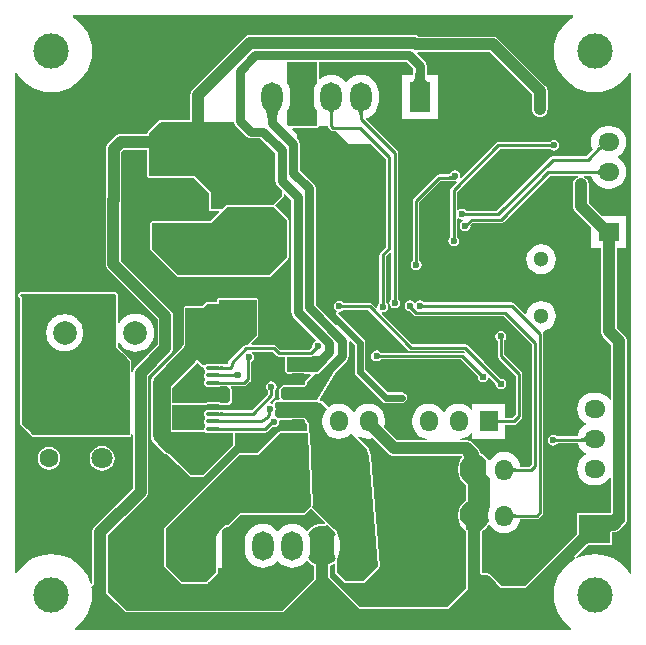
<source format=gbl>
G04*
G04 #@! TF.GenerationSoftware,Altium Limited,Altium Designer,19.1.8 (144)*
G04*
G04 Layer_Physical_Order=2*
G04 Layer_Color=16711680*
%FSLAX44Y44*%
%MOMM*%
G71*
G01*
G75*
%ADD12C,0.2540*%
%ADD19R,0.7620X0.7620*%
%ADD67C,0.1270*%
%ADD69C,1.0000*%
%ADD70C,0.8000*%
%ADD71R,1.5240X1.7780*%
%ADD72O,1.5240X1.7780*%
%ADD73C,3.0000*%
%ADD74O,1.8000X2.5000*%
%ADD75R,1.8000X2.5000*%
%ADD76C,2.0000*%
%ADD77O,1.7780X1.5240*%
%ADD78R,1.7780X1.5240*%
%ADD79C,1.3000*%
%ADD80C,0.6000*%
%ADD81C,0.6096*%
%ADD82C,1.8000*%
%ADD83C,1.6000*%
%ADD84R,2.0000X2.5400*%
%ADD85O,1.3240X0.3080*%
%ADD86R,3.5000X3.0000*%
%ADD87R,1.0000X0.8000*%
%ADD88R,1.0000X0.8000*%
%ADD89C,1.5000*%
%ADD90C,0.6000*%
G36*
X826040Y890444D02*
X826160Y889079D01*
X826360Y887874D01*
X826640Y886830D01*
X827000Y885947D01*
X827440Y885224D01*
X827960Y884662D01*
X828560Y884260D01*
X829240Y884019D01*
X830000Y883939D01*
X814000D01*
X814760Y884019D01*
X815440Y884260D01*
X816040Y884662D01*
X816560Y885224D01*
X817000Y885947D01*
X817360Y886830D01*
X817640Y887874D01*
X817840Y889079D01*
X817960Y890444D01*
X818000Y891970D01*
X826000D01*
X826040Y890444D01*
D02*
G37*
G36*
X774292Y859398D02*
X774077Y859312D01*
X773888Y859170D01*
X773724Y858970D01*
X773585Y858713D01*
X773472Y858399D01*
X773383Y858028D01*
X773320Y857600D01*
X773283Y857114D01*
X773270Y856572D01*
X770730D01*
X770717Y857114D01*
X770680Y857600D01*
X770617Y858028D01*
X770528Y858399D01*
X770415Y858713D01*
X770276Y858970D01*
X770112Y859170D01*
X769923Y859312D01*
X769708Y859398D01*
X769469Y859427D01*
X774531D01*
X774292Y859398D01*
D02*
G37*
G36*
X749292D02*
X749077Y859312D01*
X748888Y859170D01*
X748724Y858970D01*
X748585Y858713D01*
X748472Y858399D01*
X748383Y858028D01*
X748320Y857600D01*
X748283Y857114D01*
X748270Y856572D01*
X745730D01*
X745717Y857114D01*
X745680Y857600D01*
X745617Y858028D01*
X745528Y858399D01*
X745415Y858713D01*
X745276Y858970D01*
X745112Y859170D01*
X744923Y859312D01*
X744708Y859398D01*
X744469Y859427D01*
X749531D01*
X749292Y859398D01*
D02*
G37*
G36*
X951915Y939278D02*
X949710Y937927D01*
X945591Y934409D01*
X942073Y930290D01*
X939243Y925671D01*
X937170Y920667D01*
X935906Y915400D01*
X935481Y910000D01*
X935906Y904600D01*
X937170Y899333D01*
X939243Y894329D01*
X942073Y889710D01*
X945591Y885591D01*
X949710Y882073D01*
X954329Y879243D01*
X959333Y877170D01*
X964600Y875906D01*
X970000Y875481D01*
X975400Y875906D01*
X980667Y877170D01*
X985671Y879243D01*
X990290Y882073D01*
X994409Y885591D01*
X997927Y889710D01*
X999528Y892323D01*
X1000750Y891978D01*
Y468022D01*
X999528Y467677D01*
X997927Y470290D01*
X994409Y474409D01*
X990290Y477927D01*
X985671Y480757D01*
X980667Y482830D01*
X975400Y484094D01*
X970000Y484519D01*
X964600Y484094D01*
X959333Y482830D01*
X955105Y481078D01*
X954385Y482155D01*
X964410Y492180D01*
X984890D01*
Y502756D01*
X986057Y502775D01*
X986296Y502879D01*
X987733Y503068D01*
X989319Y503725D01*
X990681Y504770D01*
X995367Y509456D01*
X995367Y509456D01*
X996412Y510818D01*
X997069Y512404D01*
X997293Y514106D01*
Y664533D01*
X997069Y666235D01*
X996412Y667821D01*
X995367Y669183D01*
X995367Y669183D01*
X988576Y675974D01*
Y743300D01*
X996600D01*
Y770540D01*
X976120D01*
X964826Y781834D01*
Y797500D01*
X964602Y799202D01*
X963945Y800788D01*
X962900Y802150D01*
X961538Y803195D01*
X960548Y803605D01*
X960801Y804875D01*
X967077D01*
X967171Y804165D01*
X968543Y800851D01*
X970726Y798006D01*
X973571Y795823D01*
X976885Y794451D01*
X980440Y793982D01*
X982980D01*
X986535Y794451D01*
X989849Y795823D01*
X992694Y798006D01*
X994877Y800851D01*
X996249Y804165D01*
X996718Y807720D01*
X996249Y811275D01*
X994877Y814589D01*
X992694Y817434D01*
X989849Y819617D01*
X989443Y819785D01*
Y821055D01*
X989849Y821223D01*
X992694Y823406D01*
X994877Y826251D01*
X996249Y829565D01*
X996718Y833120D01*
X996249Y836675D01*
X994877Y839989D01*
X992694Y842834D01*
X989849Y845017D01*
X986535Y846389D01*
X982980Y846858D01*
X980440D01*
X976885Y846389D01*
X973571Y845017D01*
X970726Y842834D01*
X968543Y839989D01*
X967171Y836675D01*
X966702Y833120D01*
X967171Y829565D01*
X968378Y826650D01*
X962822Y821095D01*
X934343D01*
X933254Y820878D01*
X932332Y820262D01*
X887165Y775095D01*
X861285D01*
X861009Y775509D01*
X859514Y776508D01*
X857750Y776859D01*
X855986Y776508D01*
X854615Y775591D01*
X854040Y775733D01*
X853345Y776079D01*
Y791322D01*
X889678Y827655D01*
X931965D01*
X932241Y827241D01*
X933736Y826242D01*
X935500Y825891D01*
X937264Y826242D01*
X938759Y827241D01*
X939758Y828736D01*
X940109Y830500D01*
X939758Y832264D01*
X938759Y833759D01*
X937264Y834758D01*
X935500Y835108D01*
X933736Y834758D01*
X932241Y833759D01*
X931965Y833345D01*
X888500D01*
X887411Y833128D01*
X886488Y832512D01*
X857075Y803098D01*
X855904Y803723D01*
X856108Y804750D01*
X855758Y806514D01*
X854759Y808009D01*
X853264Y809008D01*
X851500Y809359D01*
X849736Y809008D01*
X848241Y808009D01*
X847242Y806514D01*
X846417Y805949D01*
X846356Y805908D01*
X838064D01*
X836975Y805692D01*
X836052Y805075D01*
X816739Y785761D01*
X816122Y784839D01*
X815905Y783750D01*
Y732785D01*
X815491Y732509D01*
X814492Y731014D01*
X814141Y729250D01*
X814492Y727486D01*
X815491Y725991D01*
X816986Y724992D01*
X818750Y724641D01*
X820514Y724992D01*
X822009Y725991D01*
X823008Y727486D01*
X823359Y729250D01*
X823008Y731014D01*
X822009Y732509D01*
X821595Y732785D01*
Y782572D01*
X839242Y800219D01*
X847071D01*
X847250Y800149D01*
X850728Y800214D01*
X850739Y800219D01*
X850750D01*
X850930Y800255D01*
X851500Y800142D01*
X852527Y800346D01*
X853152Y799175D01*
X848488Y794511D01*
X847872Y793589D01*
X847655Y792500D01*
Y753285D01*
X847241Y753009D01*
X846242Y751514D01*
X845891Y749750D01*
X846242Y747986D01*
X847241Y746491D01*
X848736Y745492D01*
X850500Y745142D01*
X852264Y745492D01*
X853759Y746491D01*
X854758Y747986D01*
X855109Y749750D01*
X854758Y751514D01*
X853759Y753009D01*
X853345Y753285D01*
Y768421D01*
X854040Y768767D01*
X854615Y768909D01*
X855986Y767992D01*
X857750Y767641D01*
X858207Y767732D01*
X858486Y766508D01*
X856991Y765509D01*
X855992Y764014D01*
X855641Y762250D01*
X855992Y760486D01*
X856991Y758991D01*
X858486Y757992D01*
X860250Y757642D01*
X862014Y757992D01*
X863509Y758991D01*
X864508Y760486D01*
X864858Y762250D01*
X864761Y762738D01*
X866928Y764905D01*
X890750D01*
X891839Y765122D01*
X892762Y765739D01*
X931898Y804875D01*
X955699D01*
X955952Y803605D01*
X954962Y803195D01*
X953600Y802150D01*
X952555Y800788D01*
X951898Y799202D01*
X951674Y797500D01*
Y779110D01*
X951674Y779110D01*
X951898Y777408D01*
X952555Y775822D01*
X953600Y774460D01*
X966820Y761240D01*
Y743300D01*
X975424D01*
Y673250D01*
X975424Y673250D01*
X975648Y671548D01*
X976305Y669962D01*
X977350Y668600D01*
X984141Y661809D01*
Y615086D01*
X982871Y614655D01*
X980984Y617114D01*
X978139Y619297D01*
X974826Y620669D01*
X971270Y621138D01*
X968730D01*
X965174Y620669D01*
X961861Y619297D01*
X959016Y617114D01*
X956833Y614269D01*
X955461Y610956D01*
X954993Y607400D01*
X955461Y603844D01*
X956833Y600531D01*
X959016Y597686D01*
X961861Y595503D01*
X962267Y595335D01*
Y594065D01*
X961861Y593897D01*
X959016Y591714D01*
X956833Y588869D01*
X955461Y585555D01*
X955285Y584220D01*
X937693D01*
X936514Y585008D01*
X934750Y585359D01*
X932986Y585008D01*
X931491Y584009D01*
X930492Y582514D01*
X930141Y580750D01*
X930492Y578986D01*
X931491Y577491D01*
X932986Y576492D01*
X934750Y576141D01*
X936514Y576492D01*
X938009Y577491D01*
X938703Y578530D01*
X955449D01*
X955461Y578445D01*
X956833Y575131D01*
X959016Y572286D01*
X961861Y570103D01*
X962267Y569935D01*
Y568665D01*
X961861Y568497D01*
X959016Y566314D01*
X956833Y563469D01*
X955461Y560155D01*
X954993Y556600D01*
X955461Y553045D01*
X956833Y549731D01*
X959016Y546886D01*
X961861Y544703D01*
X965174Y543331D01*
X968730Y542863D01*
X971270D01*
X974826Y543331D01*
X978139Y544703D01*
X980984Y546886D01*
X982871Y549345D01*
X984141Y548914D01*
Y519420D01*
X955110D01*
Y501480D01*
X910956Y457326D01*
X891224D01*
X882198Y466352D01*
X880836Y467397D01*
X879250Y468054D01*
X877548Y468278D01*
X877548Y468278D01*
X874576D01*
Y503712D01*
X874869Y503833D01*
X877714Y506016D01*
X879897Y508861D01*
X880065Y509267D01*
X881335D01*
X881503Y508861D01*
X883686Y506016D01*
X886531Y503833D01*
X889844Y502461D01*
X893400Y501992D01*
X896955Y502461D01*
X900269Y503833D01*
X903114Y506016D01*
X905297Y508861D01*
X906669Y512174D01*
X906930Y514155D01*
X921000D01*
X922089Y514372D01*
X923011Y514989D01*
X925761Y517738D01*
X926378Y518661D01*
X926595Y519750D01*
Y671000D01*
X926378Y672089D01*
X926180Y672384D01*
X926222Y672639D01*
X926777Y673744D01*
X927823Y673882D01*
X930864Y675141D01*
X933475Y677145D01*
X935479Y679756D01*
X936738Y682797D01*
X937168Y686060D01*
X936738Y689323D01*
X935479Y692364D01*
X933475Y694975D01*
X930864Y696979D01*
X927823Y698238D01*
X924560Y698668D01*
X921297Y698238D01*
X918256Y696979D01*
X915645Y694975D01*
X913641Y692364D01*
X912382Y689323D01*
X912228Y688156D01*
X911025Y687747D01*
X902011Y696761D01*
X901089Y697378D01*
X900000Y697595D01*
X825785D01*
X825509Y698009D01*
X824014Y699008D01*
X822250Y699359D01*
X820486Y699008D01*
X818991Y698009D01*
X818635Y697476D01*
X817365D01*
X817009Y698009D01*
X815514Y699008D01*
X813750Y699359D01*
X811986Y699008D01*
X810491Y698009D01*
X809492Y696514D01*
X809141Y694750D01*
X809492Y692986D01*
X810491Y691491D01*
X811986Y690492D01*
X813544Y690182D01*
X816778Y686948D01*
X817701Y686332D01*
X818789Y686115D01*
X893112D01*
X916845Y662382D01*
Y560618D01*
X914822Y558595D01*
X906963D01*
X906669Y560826D01*
X905297Y564139D01*
X903114Y566984D01*
X900269Y569167D01*
X896955Y570539D01*
X893400Y571007D01*
X889844Y570539D01*
X886531Y569167D01*
X883686Y566984D01*
X881503Y564139D01*
X881335Y563733D01*
X880065D01*
X879897Y564139D01*
X877714Y566984D01*
X874869Y569167D01*
X873149Y569879D01*
X872967Y571266D01*
X872310Y572852D01*
X871265Y574214D01*
X871265Y574214D01*
X866579Y578900D01*
X865217Y579945D01*
X863631Y580602D01*
X861928Y580826D01*
X861928Y580826D01*
X856341D01*
X856258Y582096D01*
X858266Y582361D01*
X861579Y583733D01*
X864424Y585916D01*
X865287Y587041D01*
X866490Y586633D01*
Y582010D01*
X893730D01*
Y593905D01*
X901500D01*
X902589Y594122D01*
X903512Y594739D01*
X908011Y599239D01*
X908628Y600161D01*
X908845Y601250D01*
Y636750D01*
X908628Y637839D01*
X908011Y638761D01*
X893595Y653178D01*
Y665382D01*
X893759Y665491D01*
X894758Y666986D01*
X895108Y668750D01*
X894758Y670514D01*
X893759Y672009D01*
X892264Y673008D01*
X890500Y673359D01*
X888736Y673008D01*
X887241Y672009D01*
X886242Y670514D01*
X885891Y668750D01*
X886242Y666986D01*
X887241Y665491D01*
X887905Y665048D01*
Y652000D01*
X888122Y650911D01*
X888738Y649988D01*
X903155Y635572D01*
Y602428D01*
X900322Y599595D01*
X893730D01*
Y611790D01*
X866490D01*
Y607167D01*
X865287Y606759D01*
X864424Y607884D01*
X861579Y610067D01*
X858266Y611439D01*
X854710Y611908D01*
X851154Y611439D01*
X847841Y610067D01*
X844996Y607884D01*
X842813Y605039D01*
X842645Y604633D01*
X841375D01*
X841207Y605039D01*
X839024Y607884D01*
X836179Y610067D01*
X832866Y611439D01*
X829310Y611908D01*
X825754Y611439D01*
X822441Y610067D01*
X819596Y607884D01*
X817413Y605039D01*
X816041Y601726D01*
X815573Y598170D01*
Y595630D01*
X816041Y592075D01*
X817413Y588761D01*
X819596Y585916D01*
X822441Y583733D01*
X825754Y582361D01*
X827762Y582096D01*
X827679Y580826D01*
X802614D01*
X791658Y591782D01*
X791779Y592075D01*
X792247Y595630D01*
Y598170D01*
X791779Y601726D01*
X790407Y605039D01*
X788224Y607884D01*
X785379Y610067D01*
X782066Y611439D01*
X778510Y611908D01*
X774955Y611439D01*
X771641Y610067D01*
X768796Y607884D01*
X766613Y605039D01*
X766445Y604633D01*
X765175D01*
X765007Y605039D01*
X762824Y607884D01*
X759979Y610067D01*
X756665Y611439D01*
X753110Y611908D01*
X749555Y611439D01*
X746241Y610067D01*
X744636Y608836D01*
X744438Y608889D01*
X739663Y613663D01*
X739229Y613843D01*
X738840Y614110D01*
X737829Y614324D01*
X737622Y614666D01*
X737349Y615723D01*
X750860Y638716D01*
X760230Y648086D01*
X761450Y649912D01*
X761878Y652066D01*
Y664308D01*
X763148Y664834D01*
X766641Y661341D01*
Y647750D01*
Y638750D01*
X766992Y636986D01*
X767991Y635491D01*
X789741Y613741D01*
X791236Y612742D01*
X793000Y612391D01*
X793000Y612392D01*
X806500D01*
X808264Y612742D01*
X809759Y613741D01*
X810758Y615236D01*
X811109Y617000D01*
X810758Y618764D01*
X809759Y620259D01*
X808264Y621258D01*
X806500Y621609D01*
X794909D01*
X775859Y640659D01*
Y647750D01*
Y663250D01*
X775859Y663250D01*
X775508Y665014D01*
X774509Y666509D01*
X752504Y688514D01*
X753130Y689684D01*
X753851Y689541D01*
X755614Y689891D01*
X757110Y690890D01*
X757386Y691304D01*
X778173D01*
X812238Y657238D01*
X813161Y656622D01*
X814250Y656405D01*
X859367D01*
X860350Y655396D01*
X859533Y654414D01*
X858839Y654878D01*
X857750Y655095D01*
X788785D01*
X788509Y655509D01*
X787014Y656508D01*
X785250Y656859D01*
X783486Y656508D01*
X781991Y655509D01*
X780992Y654014D01*
X780641Y652250D01*
X780992Y650486D01*
X781991Y648991D01*
X783486Y647992D01*
X785250Y647642D01*
X787014Y647992D01*
X788509Y648991D01*
X788785Y649405D01*
X856572D01*
X870991Y634986D01*
X870885Y634457D01*
X871240Y632675D01*
X872250Y631164D01*
X873761Y630154D01*
X875543Y629800D01*
X877325Y630154D01*
X878836Y631164D01*
X879846Y632675D01*
X879990Y633398D01*
X881366Y633806D01*
X885959Y629086D01*
X885843Y628500D01*
X886197Y626718D01*
X887207Y625207D01*
X888718Y624197D01*
X890500Y623843D01*
X892282Y624197D01*
X893793Y625207D01*
X894803Y626718D01*
X895157Y628500D01*
X894803Y630282D01*
X893793Y631793D01*
X892282Y632803D01*
X890500Y633158D01*
X890028Y633064D01*
X862606Y661234D01*
X862590Y661245D01*
X862579Y661262D01*
X862134Y661559D01*
X861692Y661863D01*
X861673Y661867D01*
X861656Y661878D01*
X861130Y661983D01*
X860606Y662094D01*
X860587Y662091D01*
X860568Y662095D01*
X815428D01*
X789472Y688051D01*
X790098Y689221D01*
X790500Y689141D01*
X792264Y689492D01*
X793759Y690491D01*
X794758Y691986D01*
X795108Y693750D01*
X794758Y695514D01*
X793759Y697009D01*
X793345Y697285D01*
Y736572D01*
X796482Y739709D01*
X797655Y739223D01*
Y700785D01*
X797241Y700509D01*
X796242Y699014D01*
X795891Y697250D01*
X796242Y695486D01*
X797241Y693991D01*
X798736Y692992D01*
X800500Y692641D01*
X802264Y692992D01*
X803759Y693991D01*
X804758Y695486D01*
X805108Y697250D01*
X804758Y699014D01*
X803759Y700509D01*
X803345Y700785D01*
Y824427D01*
X803128Y825516D01*
X802512Y826439D01*
X776422Y852528D01*
X776731Y853760D01*
X777768Y854075D01*
X780374Y855468D01*
X782658Y857342D01*
X784532Y859626D01*
X785925Y862232D01*
X786783Y865060D01*
X787073Y868000D01*
Y875000D01*
X786783Y877941D01*
X785925Y880768D01*
X784532Y883374D01*
X782658Y885658D01*
X780374Y887532D01*
X777768Y888925D01*
X774940Y889783D01*
X772000Y890072D01*
X769060Y889783D01*
X766232Y888925D01*
X763626Y887532D01*
X761342Y885658D01*
X760135Y884187D01*
X758865D01*
X757658Y885658D01*
X755374Y887532D01*
X752768Y888925D01*
X749940Y889783D01*
X747000Y890072D01*
X744060Y889783D01*
X741232Y888925D01*
X738626Y887532D01*
X737668Y886746D01*
X736520Y887289D01*
Y901122D01*
X810669D01*
X816372Y895419D01*
Y892050D01*
X816355Y892013D01*
X816317Y890537D01*
X816269Y890000D01*
X807000D01*
Y853000D01*
X837000D01*
Y890000D01*
X827731D01*
X827683Y890537D01*
X827645Y892013D01*
X827628Y892050D01*
Y897750D01*
X827200Y899904D01*
X825980Y901730D01*
X819556Y908154D01*
X820082Y909424D01*
X881026D01*
X916924Y873526D01*
Y861250D01*
X917148Y859548D01*
X917805Y857962D01*
X918850Y856600D01*
X920212Y855555D01*
X921798Y854898D01*
X923500Y854674D01*
X925202Y854898D01*
X926788Y855555D01*
X928150Y856600D01*
X929195Y857962D01*
X929852Y859548D01*
X930076Y861250D01*
Y876250D01*
X930076Y876250D01*
X929852Y877952D01*
X929195Y879538D01*
X928150Y880900D01*
X888400Y920650D01*
X887038Y921695D01*
X885452Y922352D01*
X883750Y922576D01*
X883750Y922576D01*
X821153D01*
X820646Y922965D01*
X819060Y923622D01*
X817357Y923846D01*
X817357Y923846D01*
X678393D01*
X678392Y923846D01*
X676690Y923622D01*
X675104Y922965D01*
X673742Y921920D01*
X673742Y921920D01*
X629600Y877778D01*
X628555Y876416D01*
X627898Y874830D01*
X627674Y873128D01*
X627674Y873127D01*
Y852954D01*
X626774Y852057D01*
X603774Y852142D01*
X603774Y852141D01*
X603773Y852142D01*
X602505Y852145D01*
X602502Y852144D01*
X602500Y852145D01*
X602019Y851946D01*
X601515Y851818D01*
X600525Y851078D01*
X600461Y850971D01*
X600347Y850923D01*
X591587Y842163D01*
X591105Y841000D01*
Y840076D01*
X568608D01*
X568608Y840076D01*
X566906Y839852D01*
X565320Y839195D01*
X563958Y838150D01*
X558100Y832292D01*
X557055Y830930D01*
X556398Y829344D01*
X556174Y827642D01*
X556174Y827642D01*
Y785765D01*
X556148Y785702D01*
X555924Y784000D01*
X555924Y784000D01*
Y730000D01*
X555924Y730000D01*
X556148Y728298D01*
X556805Y726712D01*
X557850Y725350D01*
X599924Y683276D01*
Y661724D01*
X580850Y642650D01*
X579805Y641288D01*
X579148Y639702D01*
X578967Y638330D01*
X577697Y638413D01*
Y647500D01*
X577530Y648341D01*
X577054Y649054D01*
X573554Y652554D01*
X573554Y652554D01*
X566197Y659910D01*
Y663225D01*
X567467Y663543D01*
X567812Y662898D01*
X569812Y660462D01*
X572248Y658462D01*
X575027Y656976D01*
X578043Y656061D01*
X581180Y655753D01*
X584316Y656061D01*
X587333Y656976D01*
X590112Y658462D01*
X592548Y660462D01*
X594548Y662898D01*
X596034Y665677D01*
X596949Y668693D01*
X597257Y671830D01*
X596949Y674967D01*
X596034Y677983D01*
X594548Y680762D01*
X592548Y683198D01*
X590112Y685198D01*
X587333Y686684D01*
X584316Y687598D01*
X581180Y687907D01*
X578043Y687598D01*
X575027Y686684D01*
X572248Y685198D01*
X569812Y683198D01*
X567812Y680762D01*
X567467Y680117D01*
X566197Y680435D01*
Y704000D01*
X566030Y704841D01*
X565554Y705554D01*
X564841Y706030D01*
X564000Y706197D01*
X484000D01*
X483159Y706030D01*
X482446Y705554D01*
X481970Y704841D01*
X481803Y704000D01*
X481970Y703159D01*
X482446Y702446D01*
X483803Y701090D01*
Y595000D01*
X483970Y594159D01*
X484446Y593446D01*
X493446Y584446D01*
X494159Y583970D01*
X495000Y583803D01*
X575500Y583803D01*
X576341Y583970D01*
X577054Y584446D01*
X577530Y585159D01*
X577654Y585781D01*
X578924Y585656D01*
Y539974D01*
X546350Y507400D01*
X545305Y506038D01*
X544648Y504452D01*
X544424Y502750D01*
X544424Y502750D01*
Y459468D01*
X543154Y459317D01*
X542830Y460667D01*
X540757Y465671D01*
X537927Y470290D01*
X534409Y474409D01*
X530290Y477927D01*
X525671Y480757D01*
X520667Y482830D01*
X515400Y484094D01*
X510000Y484519D01*
X504600Y484094D01*
X499333Y482830D01*
X494329Y480757D01*
X489710Y477927D01*
X485591Y474409D01*
X482073Y470290D01*
X480722Y468085D01*
X479500Y468430D01*
Y891570D01*
X480722Y891915D01*
X482073Y889710D01*
X485591Y885591D01*
X489710Y882073D01*
X494329Y879243D01*
X499333Y877170D01*
X504600Y875906D01*
X510000Y875481D01*
X515400Y875906D01*
X520667Y877170D01*
X525671Y879243D01*
X530290Y882073D01*
X534409Y885591D01*
X537927Y889710D01*
X540757Y894329D01*
X542830Y899333D01*
X544094Y904600D01*
X544519Y910000D01*
X544094Y915400D01*
X542830Y920667D01*
X540757Y925671D01*
X537927Y930290D01*
X534409Y934409D01*
X530290Y937927D01*
X528085Y939278D01*
X528430Y940500D01*
X951570D01*
X951915Y939278D01*
D02*
G37*
G36*
X703830Y862116D02*
X703236Y861189D01*
X702712Y860212D01*
X702258Y859185D01*
X701873Y858108D01*
X701559Y856980D01*
X701314Y855802D01*
X701140Y854574D01*
X701035Y853296D01*
X701000Y851968D01*
X693000D01*
X692965Y853296D01*
X692860Y854574D01*
X692685Y855802D01*
X692441Y856980D01*
X692126Y858108D01*
X691742Y859185D01*
X691288Y860212D01*
X690764Y861189D01*
X690170Y862116D01*
X689506Y862993D01*
X704494D01*
X703830Y862116D01*
D02*
G37*
G36*
X734875Y883870D02*
X734468Y883374D01*
X733075Y880768D01*
X732217Y877941D01*
X731927Y875000D01*
Y868000D01*
X732217Y865060D01*
X733075Y862232D01*
X734468Y859626D01*
X734875Y859130D01*
Y846875D01*
X711625D01*
X711250Y846500D01*
X709500Y848250D01*
Y859587D01*
X709532Y859626D01*
X710925Y862232D01*
X711783Y865060D01*
X712073Y868000D01*
Y875000D01*
X711783Y877941D01*
X710925Y880768D01*
X709532Y883374D01*
X709500Y883413D01*
Y893500D01*
X709250Y893750D01*
Y901122D01*
X734875D01*
Y883870D01*
D02*
G37*
G36*
X976177Y826840D02*
X976014Y827017D01*
X975826Y827133D01*
X975610Y827186D01*
X975369Y827178D01*
X975102Y827108D01*
X974809Y826976D01*
X974490Y826782D01*
X974144Y826527D01*
X973773Y826209D01*
X973375Y825829D01*
X971863Y827909D01*
X972248Y828311D01*
X972848Y829054D01*
X973064Y829394D01*
X973224Y829714D01*
X973328Y830013D01*
X973376Y830292D01*
X973367Y830550D01*
X973303Y830788D01*
X973183Y831004D01*
X976177Y826840D01*
D02*
G37*
G36*
X973309Y805189D02*
X973279Y805428D01*
X973192Y805643D01*
X973047Y805832D01*
X972843Y805996D01*
X972581Y806135D01*
X972261Y806248D01*
X971883Y806337D01*
X971446Y806400D01*
X970952Y806437D01*
X970399Y806450D01*
Y808990D01*
X970952Y809003D01*
X971446Y809040D01*
X971883Y809103D01*
X972261Y809192D01*
X972581Y809305D01*
X972843Y809444D01*
X973047Y809608D01*
X973192Y809797D01*
X973279Y810012D01*
X973309Y810251D01*
Y805189D01*
D02*
G37*
G36*
X850697Y801859D02*
X847219Y801794D01*
X846729Y804334D01*
X847044Y804343D01*
X847329Y804372D01*
X847585Y804419D01*
X847811Y804485D01*
X848007Y804571D01*
X848175Y804675D01*
X848312Y804799D01*
X848420Y804941D01*
X848499Y805102D01*
X848548Y805283D01*
X850697Y801859D01*
D02*
G37*
G36*
X603769Y850496D02*
X664366Y850274D01*
X664550Y849346D01*
X665770Y847520D01*
X675270Y838020D01*
X677096Y836800D01*
X679250Y836372D01*
X686919D01*
X699449Y823842D01*
X699602Y800234D01*
X699820Y799175D01*
X700030Y798116D01*
X700041Y798101D01*
X700044Y798083D01*
X700649Y797190D01*
X701250Y796290D01*
X705230Y792311D01*
Y787730D01*
X697656Y780156D01*
X659131D01*
X657968Y779674D01*
X654793Y776500D01*
X644750D01*
Y791250D01*
X631750Y804250D01*
X592750D01*
Y841000D01*
X601510Y849760D01*
X602500Y850500D01*
D01*
X603769Y850496D01*
D02*
G37*
G36*
X709500Y767250D02*
Y735750D01*
X694750Y721000D01*
X617500Y721000D01*
X595500Y743000D01*
X595500Y764750D01*
X645370D01*
X659131Y778511D01*
X698239D01*
X709500Y767250D01*
D02*
G37*
G36*
X744372Y845911D02*
X744988Y844988D01*
X746488Y843488D01*
X747411Y842872D01*
X748500Y842655D01*
X751345D01*
X762250Y831750D01*
X780727D01*
X793155Y819322D01*
Y744428D01*
X788488Y739762D01*
X787872Y738839D01*
X787655Y737750D01*
Y697285D01*
X787241Y697009D01*
X786242Y695514D01*
X785891Y693750D01*
X785972Y693347D01*
X784801Y692722D01*
X781362Y696161D01*
X780440Y696777D01*
X779351Y696994D01*
X757386D01*
X757110Y697408D01*
X755614Y698407D01*
X753851Y698758D01*
X752087Y698407D01*
X750592Y697408D01*
X749593Y695913D01*
X749242Y694149D01*
X749593Y692385D01*
X750592Y690890D01*
X751562Y690242D01*
X751053Y689289D01*
X751013Y688887D01*
X750859Y688514D01*
X750954Y688284D01*
X750929Y688036D01*
X751186Y687724D01*
X751340Y687350D01*
X759017Y679673D01*
X758531Y678500D01*
X750972D01*
X733878Y695594D01*
Y786872D01*
Y794000D01*
X733450Y796154D01*
X732230Y797980D01*
X720378Y809831D01*
Y831750D01*
X719950Y833904D01*
X718730Y835730D01*
X718250Y836209D01*
Y839500D01*
X713694Y844056D01*
X714180Y845230D01*
X734875D01*
X736038Y845712D01*
X736520Y846875D01*
X744180D01*
X744372Y845911D01*
D02*
G37*
G36*
X591105Y804250D02*
X591587Y803087D01*
X592750Y802605D01*
X631068D01*
X643105Y790568D01*
Y776500D01*
X643587Y775337D01*
X644750Y774855D01*
X651489D01*
X651975Y773681D01*
X644689Y766395D01*
X595500D01*
X594337Y765913D01*
X593855Y764750D01*
X593855Y743000D01*
X594337Y741837D01*
X616337Y719837D01*
X617500Y719355D01*
X694750Y719355D01*
X695913Y719837D01*
X710663Y734587D01*
X711145Y735750D01*
Y767250D01*
X710663Y768413D01*
X699452Y779625D01*
X706393Y786567D01*
X706875Y787730D01*
Y789006D01*
X708049Y789492D01*
X712872Y784669D01*
Y689549D01*
X713300Y687395D01*
X714520Y685569D01*
X734115Y665975D01*
X733827Y665027D01*
X733616Y664677D01*
X732241Y663759D01*
X731242Y662264D01*
X730891Y660500D01*
X730989Y660012D01*
X728322Y657345D01*
X703928D01*
X700511Y660761D01*
X699589Y661378D01*
X698500Y661595D01*
X679801D01*
X679315Y662768D01*
X684818Y668272D01*
X685300Y669435D01*
Y699500D01*
X684818Y700663D01*
X683655Y701145D01*
X651580D01*
X650417Y700663D01*
X649935Y699500D01*
Y698065D01*
X642170D01*
X641007Y697583D01*
X637818Y694395D01*
X623500D01*
X622337Y693913D01*
X621855Y692750D01*
Y662431D01*
X621337Y661913D01*
X621101Y661344D01*
X620855Y660779D01*
X620861Y660764D01*
X620855Y660750D01*
X621091Y660181D01*
X621154Y660020D01*
X596817Y635683D01*
X595371Y633799D01*
X594462Y631605D01*
X594152Y629250D01*
Y585000D01*
X594462Y582645D01*
X595371Y580451D01*
X596817Y578567D01*
X604567Y570816D01*
X606452Y569370D01*
X607147Y569082D01*
X627380Y550294D01*
X627944Y550085D01*
X628500Y549855D01*
X638250D01*
X639413Y550337D01*
X665163Y576087D01*
X665645Y577250D01*
X665395Y577854D01*
Y587405D01*
X690749D01*
X691838Y587621D01*
X692761Y588238D01*
X696707Y592184D01*
X698034Y591921D01*
X699798Y592271D01*
X701293Y593270D01*
X702292Y594766D01*
X702643Y596529D01*
X702574Y596873D01*
X703380Y597855D01*
X711900D01*
X712334Y598035D01*
X712418Y598018D01*
X713453Y598224D01*
X723289D01*
X724003Y598082D01*
X724471Y597769D01*
X724784Y597301D01*
X724957Y596428D01*
X725106Y596205D01*
X725191Y595776D01*
X725331Y595683D01*
X725396Y595527D01*
X726105Y594818D01*
Y588395D01*
X703500D01*
X702337Y587913D01*
X684318Y569895D01*
X669250Y569895D01*
X668087Y569413D01*
X606087Y507413D01*
X605605Y506250D01*
X605605Y474500D01*
X606087Y473337D01*
X619587Y459837D01*
X620750Y459355D01*
X641500D01*
X642663Y459837D01*
X650663Y467837D01*
X651145Y469000D01*
Y473000D01*
X654000D01*
Y503866D01*
X654511Y504489D01*
X656545Y506158D01*
X658865Y507398D01*
X659705Y507653D01*
X660017Y507909D01*
X660390Y508064D01*
X670182Y517855D01*
X723500D01*
X724663Y518337D01*
X729625Y523298D01*
X741856Y511067D01*
X741279Y509848D01*
X739000Y510073D01*
X736059Y509783D01*
X733232Y508925D01*
X730626Y507532D01*
X728342Y505658D01*
X727135Y504187D01*
X725865D01*
X724658Y505658D01*
X722374Y507532D01*
X719768Y508925D01*
X716941Y509783D01*
X714000Y510073D01*
X711059Y509783D01*
X708232Y508925D01*
X705626Y507532D01*
X703342Y505658D01*
X702135Y504187D01*
X700865D01*
X699658Y505658D01*
X697374Y507532D01*
X694768Y508925D01*
X691941Y509783D01*
X689000Y510073D01*
X686059Y509783D01*
X683232Y508925D01*
X680626Y507532D01*
X678342Y505658D01*
X676468Y503374D01*
X675075Y500768D01*
X674217Y497940D01*
X673928Y495000D01*
Y488000D01*
X674217Y485060D01*
X675075Y482232D01*
X676468Y479626D01*
X678342Y477342D01*
X680626Y475468D01*
X683232Y474075D01*
X686059Y473217D01*
X689000Y472928D01*
X691941Y473217D01*
X694768Y474075D01*
X697374Y475468D01*
X699658Y477342D01*
X700865Y478813D01*
X702135D01*
X703342Y477342D01*
X705626Y475468D01*
X708232Y474075D01*
X711059Y473217D01*
X714000Y472928D01*
X716941Y473217D01*
X719768Y474075D01*
X722374Y475468D01*
X724658Y477342D01*
X725865Y478813D01*
X727135D01*
X728342Y477342D01*
X730626Y475468D01*
X732424Y474507D01*
Y463474D01*
X705526Y436576D01*
X572974D01*
X557576Y451974D01*
Y500026D01*
X590150Y532600D01*
X591195Y533962D01*
X591852Y535548D01*
X592076Y537250D01*
X592076Y537250D01*
Y635276D01*
X611150Y654350D01*
X611150Y654350D01*
X612195Y655712D01*
X612852Y657298D01*
X613076Y659000D01*
Y686000D01*
X613076Y686000D01*
X612852Y687702D01*
X612195Y689288D01*
X611150Y690650D01*
X611150Y690650D01*
X569076Y732724D01*
Y782485D01*
X569102Y782548D01*
X569326Y784250D01*
Y824918D01*
X571332Y826924D01*
X591105D01*
Y804250D01*
D02*
G37*
G36*
X683655Y669435D02*
X675815Y661595D01*
X674750D01*
X673661Y661378D01*
X672738Y660761D01*
X660489Y648512D01*
X659872Y647589D01*
X659655Y646500D01*
Y645095D01*
X655740D01*
X655571Y645166D01*
X655103Y645167D01*
X653689Y645202D01*
X653323Y645231D01*
X653278Y645238D01*
X653228Y645249D01*
X653214Y645247D01*
X653212Y645247D01*
X653202Y645245D01*
X653042Y645217D01*
X652798Y645318D01*
X652693Y645274D01*
X652209Y645371D01*
X642049D01*
X640855Y645133D01*
X639843Y644457D01*
X639744Y644309D01*
X638479Y644196D01*
X622500Y660750D01*
X623500Y661750D01*
Y692750D01*
X638500D01*
X642170Y696420D01*
X651580D01*
Y699500D01*
X683655D01*
Y669435D01*
D02*
G37*
G36*
X652867Y643644D02*
X652981Y643618D01*
X653143Y643595D01*
X653604Y643559D01*
X655080Y643522D01*
X655565Y643521D01*
Y640981D01*
X652798Y640829D01*
Y643673D01*
X652867Y643644D01*
D02*
G37*
G36*
X743000Y651374D02*
X743000Y646775D01*
X734725Y638500D01*
X724844D01*
X724645Y638633D01*
X723451Y638871D01*
X713291D01*
X712097Y638633D01*
X711898Y638500D01*
X710553D01*
X709420Y639633D01*
Y651655D01*
X729500D01*
X730589Y651872D01*
X731139Y652240D01*
X742101Y652271D01*
X743000Y651374D01*
D02*
G37*
G36*
X652837Y637164D02*
X652926Y637155D01*
X653488Y637136D01*
X655411Y637124D01*
X655720Y634584D01*
X655234Y634581D01*
X653221Y634459D01*
X653037Y634421D01*
X652896Y634377D01*
X652798Y634329D01*
Y637173D01*
X652837Y637164D01*
D02*
G37*
G36*
X665903Y633886D02*
X665718Y634018D01*
X665519Y634137D01*
X665307Y634242D01*
X665082Y634333D01*
X664844Y634409D01*
X664593Y634472D01*
X664328Y634521D01*
X664050Y634556D01*
X663759Y634577D01*
X663455Y634584D01*
X663080Y637124D01*
X663387Y637133D01*
X663675Y637161D01*
X663946Y637207D01*
X664200Y637272D01*
X664436Y637355D01*
X664653Y637457D01*
X664854Y637577D01*
X665037Y637716D01*
X665202Y637873D01*
X665349Y638049D01*
X665903Y633886D01*
D02*
G37*
G36*
X700739Y652488D02*
X701661Y651872D01*
X702750Y651655D01*
X707775D01*
Y639633D01*
X708257Y638470D01*
X709390Y637337D01*
X710553Y636855D01*
X711898D01*
X712335Y637036D01*
X712418Y637020D01*
X713453Y637225D01*
X723289D01*
X724324Y637020D01*
X724407Y637036D01*
X724844Y636855D01*
X728970D01*
X729469Y635687D01*
X725213Y631234D01*
X725159Y631095D01*
X725034Y631012D01*
X724938Y630524D01*
X724758Y630060D01*
X724818Y629923D01*
X724789Y629776D01*
X724893Y629251D01*
X724784Y628699D01*
X724501Y628276D01*
X724426Y628201D01*
X724003Y627918D01*
X723289Y627776D01*
X715516D01*
X715481Y627762D01*
X715446Y627775D01*
X706431Y627394D01*
X705888Y627142D01*
X705337Y626913D01*
X703587Y625163D01*
X703105Y624000D01*
Y617250D01*
X703395Y616550D01*
X702734Y615280D01*
X700385D01*
X699222Y614798D01*
X698087Y613663D01*
X697731Y612806D01*
X697482Y612441D01*
X696335Y611893D01*
X695398Y612079D01*
X695089Y612592D01*
X694846Y613323D01*
X698261Y616739D01*
X698878Y617661D01*
X699095Y618750D01*
Y622715D01*
X699509Y622991D01*
X700508Y624486D01*
X700859Y626250D01*
X700508Y628014D01*
X699509Y629509D01*
X698014Y630508D01*
X696250Y630859D01*
X694486Y630508D01*
X692991Y629509D01*
X691992Y628014D01*
X691641Y626250D01*
X691992Y624486D01*
X692991Y622991D01*
X693405Y622715D01*
Y619928D01*
X679571Y606094D01*
X655740D01*
X655571Y606164D01*
X655103Y606166D01*
X653689Y606201D01*
X653323Y606230D01*
X653278Y606236D01*
X653228Y606247D01*
X653214Y606245D01*
X653212Y606245D01*
X653202Y606243D01*
X653042Y606215D01*
X652798Y606316D01*
X652693Y606273D01*
X652209Y606369D01*
X642049D01*
X640855Y606131D01*
X639843Y605455D01*
X639167Y604443D01*
X638929Y603249D01*
X639167Y602055D01*
X639843Y601043D01*
X640323Y600722D01*
Y599276D01*
X639843Y598955D01*
X639167Y597943D01*
X638929Y596749D01*
X639167Y595555D01*
X639843Y594543D01*
X640323Y594222D01*
Y592776D01*
X639843Y592455D01*
X639167Y591443D01*
X638929Y590249D01*
X638228Y589395D01*
X636250Y589395D01*
X635896Y589249D01*
X635873Y589247D01*
X635302Y589502D01*
X634953Y589512D01*
X634631Y589645D01*
X612348Y589645D01*
Y610355D01*
X621250D01*
X621853Y610605D01*
X640250D01*
X640250Y610605D01*
X640285D01*
X640728Y610788D01*
X641199Y610882D01*
X641497Y611082D01*
X642211Y611223D01*
X652047D01*
X652761Y611082D01*
X653059Y610882D01*
X653530Y610788D01*
X653974Y610605D01*
X659000D01*
X660163Y611087D01*
X662663Y613587D01*
X663145Y614750D01*
Y623250D01*
X662663Y624413D01*
X661844Y625233D01*
X662330Y626406D01*
X673001D01*
X674090Y626623D01*
X675012Y627239D01*
X678261Y630489D01*
X678878Y631411D01*
X679095Y632500D01*
Y646964D01*
X680259Y647741D01*
X681258Y649236D01*
X681609Y651000D01*
X681258Y652764D01*
X680259Y654259D01*
X679695Y654635D01*
X680080Y655905D01*
X697322D01*
X700739Y652488D01*
D02*
G37*
G36*
X750000Y640500D02*
X735750Y616250D01*
X734523Y615023D01*
X733475Y615245D01*
X733300Y615212D01*
X733135Y615280D01*
X725047D01*
X724604Y615097D01*
X724133Y615003D01*
X724003Y614916D01*
X723289Y614774D01*
X713453D01*
X712739Y614916D01*
X712609Y615003D01*
X712138Y615097D01*
X711695Y615280D01*
X706720D01*
X704750Y617250D01*
Y624000D01*
X706500Y625750D01*
X715516Y626131D01*
X723451D01*
X724645Y626368D01*
X725657Y627045D01*
X726333Y628057D01*
X726571Y629251D01*
X726403Y630098D01*
X732861Y636855D01*
X734725D01*
X735888Y637337D01*
X743989Y645437D01*
X750000Y640500D01*
D02*
G37*
G36*
X738500Y612500D02*
X743275Y607725D01*
X741213Y605039D01*
X739841Y601726D01*
X739372Y598170D01*
Y595630D01*
X739841Y592075D01*
X741213Y588761D01*
X743396Y585916D01*
X746241Y583733D01*
X749555Y582361D01*
X753110Y581893D01*
X756665Y582361D01*
X759979Y583733D01*
X762824Y585916D01*
X763219Y586431D01*
X764486Y586514D01*
X776750Y574250D01*
X779260Y567510D01*
X786250Y473750D01*
X774750Y462250D01*
Y462000D01*
X758750D01*
X751500Y469250D01*
Y479587D01*
X751532Y479626D01*
X752925Y482232D01*
X753783Y485060D01*
X754072Y488000D01*
Y495000D01*
X753783Y497940D01*
X752925Y500768D01*
X751532Y503374D01*
X751500Y503413D01*
Y503750D01*
X749959Y505291D01*
X749658Y505658D01*
X749291Y505959D01*
X730750Y524500D01*
X730915Y524944D01*
X731145Y525500D01*
X731133Y525530D01*
X731144Y525560D01*
X728894Y586810D01*
X728644Y587357D01*
X728413Y587913D01*
X728383Y587926D01*
X728370Y587955D01*
X727806Y588165D01*
X727750Y588188D01*
Y595500D01*
X726559Y596691D01*
X726571Y596749D01*
X726333Y597943D01*
X725657Y598955D01*
X724645Y599632D01*
X723451Y599869D01*
X713291D01*
X712097Y599632D01*
X711900Y599500D01*
X701750D01*
X699250Y602000D01*
Y605351D01*
X699508Y605736D01*
X699858Y607500D01*
X699508Y609264D01*
X699250Y609649D01*
Y612500D01*
X700385Y613635D01*
X711695D01*
X712097Y613366D01*
X713291Y613129D01*
X723451D01*
X724645Y613366D01*
X725047Y613635D01*
X733135D01*
X738500Y612500D01*
D02*
G37*
G36*
X634302Y646155D02*
X637296Y643054D01*
X637381Y643016D01*
X637425Y642934D01*
X637948Y642770D01*
X638450Y642551D01*
X639082Y641481D01*
X639167Y641057D01*
X639843Y640044D01*
X640323Y639724D01*
Y638278D01*
X639843Y637957D01*
X639167Y636945D01*
X638929Y635751D01*
X639167Y634557D01*
X639843Y633545D01*
X640323Y633224D01*
Y631778D01*
X639843Y631457D01*
X639167Y630445D01*
X638929Y629251D01*
X639167Y628057D01*
X639843Y627045D01*
X640208Y626801D01*
X640238Y626500D01*
X640658D01*
X640855Y626368D01*
X642049Y626131D01*
X652209D01*
X653403Y626368D01*
X653460Y626406D01*
X658344D01*
X661500Y623250D01*
Y614750D01*
X659000Y612250D01*
X653974D01*
X653403Y612631D01*
X652209Y612869D01*
X642049D01*
X640855Y612631D01*
X640285Y612250D01*
X640250D01*
Y612250D01*
X621500D01*
X621500Y612250D01*
X621250Y612000D01*
X612348D01*
Y625482D01*
X633032Y646166D01*
X634302Y646155D01*
D02*
G37*
G36*
X696762Y604909D02*
X696568Y604783D01*
X696386Y604638D01*
X696216Y604474D01*
X696059Y604292D01*
X695914Y604091D01*
X695782Y603872D01*
X695662Y603634D01*
X695554Y603377D01*
X695459Y603102D01*
X695377Y602809D01*
X692914Y603430D01*
X692980Y603727D01*
X693027Y604015D01*
X693054Y604291D01*
X693061Y604558D01*
X693049Y604814D01*
X693017Y605059D01*
X692964Y605294D01*
X692893Y605518D01*
X692801Y605732D01*
X692690Y605936D01*
X696762Y604909D01*
D02*
G37*
G36*
X652867Y604642D02*
X652981Y604616D01*
X653143Y604593D01*
X653604Y604557D01*
X655080Y604520D01*
X655565Y604519D01*
Y601979D01*
X652798Y601827D01*
Y604671D01*
X652867Y604642D01*
D02*
G37*
G36*
Y598142D02*
X652981Y598116D01*
X653143Y598093D01*
X653604Y598057D01*
X655080Y598021D01*
X655565Y598019D01*
Y595479D01*
X652798Y595327D01*
Y598171D01*
X652867Y598142D01*
D02*
G37*
G36*
X887695Y599049D02*
X887772Y598833D01*
X887900Y598642D01*
X888080Y598477D01*
X888312Y598338D01*
X888594Y598223D01*
X888929Y598134D01*
X889314Y598071D01*
X889751Y598033D01*
X890239Y598020D01*
Y595480D01*
X889751Y595467D01*
X889314Y595429D01*
X888929Y595366D01*
X888594Y595277D01*
X888312Y595163D01*
X888080Y595023D01*
X887900Y594858D01*
X887772Y594667D01*
X887695Y594451D01*
X887669Y594210D01*
Y599290D01*
X887695Y599049D01*
D02*
G37*
G36*
X961843Y578849D02*
X961794Y579088D01*
X961688Y579301D01*
X961527Y579490D01*
X961310Y579653D01*
X961037Y579791D01*
X960708Y579904D01*
X960323Y579992D01*
X959883Y580055D01*
X959386Y580093D01*
X958834Y580105D01*
X958627Y582645D01*
X959175Y582658D01*
X959663Y582696D01*
X960091Y582758D01*
X960460Y582847D01*
X960768Y582960D01*
X961016Y583099D01*
X961204Y583263D01*
X961332Y583452D01*
X961401Y583666D01*
X961409Y583906D01*
X961843Y578849D01*
D02*
G37*
G36*
X900920Y558046D02*
X900998Y557831D01*
X901130Y557641D01*
X901316Y557476D01*
X901556Y557337D01*
X901850Y557223D01*
X902198Y557134D01*
X902600Y557071D01*
X903056Y557033D01*
X903566Y557020D01*
X903542Y554480D01*
X903031Y554467D01*
X902574Y554430D01*
X902170Y554366D01*
X901820Y554278D01*
X901523Y554165D01*
X901279Y554026D01*
X901090Y553862D01*
X900953Y553673D01*
X900870Y553459D01*
X900841Y553219D01*
X900895Y558287D01*
X900920Y558046D01*
D02*
G37*
G36*
X635750Y587500D02*
X636250Y587750D01*
X637270Y587750D01*
X640282D01*
X640855Y587367D01*
X642049Y587129D01*
X652209D01*
X653403Y587367D01*
X653460Y587405D01*
X663750D01*
Y577500D01*
X664000Y577250D01*
X638250Y551500D01*
X628500D01*
X607500Y571000D01*
X611001Y588000D01*
X634631Y588000D01*
X635750Y587500D01*
D02*
G37*
G36*
X900898Y519296D02*
X900979Y519081D01*
X901113Y518891D01*
X901302Y518726D01*
X901545Y518587D01*
X901841Y518473D01*
X902192Y518384D01*
X902596Y518321D01*
X903054Y518283D01*
X903566Y518270D01*
Y515730D01*
X903054Y515717D01*
X902596Y515679D01*
X902192Y515616D01*
X901841Y515527D01*
X901545Y515413D01*
X901302Y515274D01*
X901113Y515109D01*
X900979Y514919D01*
X900898Y514704D01*
X900871Y514463D01*
Y519537D01*
X900898Y519296D01*
D02*
G37*
G36*
X870025Y573127D02*
X870873Y572022D01*
X871364Y570836D01*
X871518Y569664D01*
X871629Y569472D01*
Y569250D01*
X871933Y568946D01*
X872148Y568574D01*
X872363Y568516D01*
X872520Y568359D01*
X874039Y567730D01*
X876541Y565811D01*
X877714Y564281D01*
Y551888D01*
X881335Y548267D01*
Y524733D01*
X880131Y521826D01*
X879662Y518270D01*
Y515730D01*
X880131Y512174D01*
X880167Y512085D01*
X879979Y511483D01*
X879435Y510787D01*
X879204Y510555D01*
X878902Y510430D01*
X878776Y510128D01*
X878545Y509896D01*
X878460Y509691D01*
X876541Y507189D01*
X874039Y505270D01*
X873947Y505232D01*
X873715Y505000D01*
X873413Y504875D01*
X873288Y504573D01*
X873056Y504341D01*
Y504014D01*
X872931Y503712D01*
Y468278D01*
X873413Y467115D01*
X874576Y466633D01*
X877440D01*
X878820Y466451D01*
X880006Y465960D01*
X881111Y465112D01*
X890061Y456163D01*
X891224Y455681D01*
X910956D01*
X912119Y456163D01*
X956273Y500317D01*
X956755Y501480D01*
Y517775D01*
X966358D01*
X968730Y517463D01*
X971270D01*
X973642Y517775D01*
X984141D01*
X984684Y518000D01*
X995648D01*
Y514214D01*
X995466Y512834D01*
X994975Y511648D01*
X994128Y510543D01*
X989594Y506009D01*
X988489Y505162D01*
X987303Y504671D01*
X986082Y504510D01*
X986031Y504480D01*
Y504420D01*
X985923Y504418D01*
X985923D01*
X984864Y504402D01*
X984297Y504156D01*
X983727Y503920D01*
X983721Y503907D01*
X983708Y503901D01*
X983481Y503327D01*
X983245Y502756D01*
Y493825D01*
X964410D01*
X963247Y493343D01*
X953222Y483318D01*
X953038Y482875D01*
X952771Y482476D01*
X952804Y482310D01*
X952740Y482155D01*
X952923Y481712D01*
X953017Y481241D01*
X953119Y481089D01*
X952846Y479849D01*
X949710Y477927D01*
X945591Y474409D01*
X942073Y470290D01*
X939243Y465671D01*
X937170Y460667D01*
X935906Y455400D01*
X935481Y450000D01*
X935906Y444600D01*
X937170Y439333D01*
X939243Y434329D01*
X942073Y429710D01*
X945591Y425591D01*
X949710Y422073D01*
X950283Y421722D01*
X949938Y420500D01*
X530062D01*
Y421934D01*
X530290Y422073D01*
X534409Y425591D01*
X537927Y429710D01*
X540757Y434329D01*
X542830Y439333D01*
X544094Y444600D01*
X544519Y450000D01*
X544094Y455400D01*
X543764Y456777D01*
X544490Y457819D01*
X544617Y457834D01*
X545088Y458098D01*
X545587Y458304D01*
X545626Y458399D01*
X545716Y458449D01*
X545862Y458969D01*
X546069Y459468D01*
Y479000D01*
X555931D01*
Y451974D01*
X556413Y450811D01*
X571811Y435413D01*
X572974Y434931D01*
X705526D01*
X706689Y435413D01*
X733587Y462311D01*
X734069Y463474D01*
Y474507D01*
X733974Y474737D01*
X733998Y474984D01*
X733742Y475297D01*
X733587Y475670D01*
X733357Y475765D01*
X733199Y475958D01*
X731545Y476842D01*
X729511Y478511D01*
X728407Y479857D01*
X728331Y479897D01*
X728298Y479976D01*
X728185Y480023D01*
X727678Y480961D01*
X727590Y481586D01*
X727604Y481632D01*
X727925Y482232D01*
X728783Y485060D01*
X729072Y488000D01*
Y495000D01*
X728783Y497940D01*
X727925Y500768D01*
X727604Y501368D01*
X727590Y501413D01*
X727678Y502039D01*
X728185Y502977D01*
X728298Y503024D01*
X728331Y503103D01*
X728407Y503143D01*
X729511Y504489D01*
X731545Y506158D01*
X733865Y507398D01*
X736382Y508162D01*
X739000Y508419D01*
X741118Y508211D01*
X741468Y508317D01*
X741833Y508299D01*
X742047Y508493D01*
X742323Y508576D01*
X742402Y508725D01*
X743706Y509217D01*
X748127Y504796D01*
X748207Y504763D01*
X748247Y504687D01*
X748489Y504489D01*
X748687Y504247D01*
X748763Y504207D01*
X748796Y504127D01*
X750055Y502868D01*
X750081Y502598D01*
X750567Y501689D01*
X750075Y500768D01*
X749217Y497940D01*
X748928Y495000D01*
Y488000D01*
X749217Y485060D01*
X750075Y482232D01*
X750567Y481311D01*
X750081Y480402D01*
X750047Y480050D01*
X749855Y479587D01*
Y478979D01*
X749498Y478555D01*
X748746Y478099D01*
X748396Y477993D01*
X748030Y478010D01*
X747817Y477817D01*
X747541Y477733D01*
X746455Y476842D01*
X744801Y475958D01*
X744643Y475765D01*
X744413Y475670D01*
X744258Y475297D01*
X744002Y474984D01*
X744026Y474737D01*
X743931Y474507D01*
Y465332D01*
X744413Y464169D01*
X769919Y438663D01*
X771082Y438181D01*
X845776D01*
X846939Y438663D01*
X862587Y454311D01*
X863069Y455474D01*
Y461702D01*
Y503712D01*
X862944Y504014D01*
Y504341D01*
X862712Y504573D01*
X862587Y504875D01*
X862285Y505000D01*
X862053Y505232D01*
X861961Y505270D01*
X861131Y505907D01*
Y508861D01*
X856220Y513773D01*
Y520534D01*
X856333Y521396D01*
X857540Y524309D01*
X859460Y526810D01*
X861961Y528730D01*
X862053Y528768D01*
X862285Y529000D01*
X862587Y529125D01*
X862712Y529427D01*
X862944Y529659D01*
Y529986D01*
X863069Y530288D01*
Y542712D01*
X862944Y543014D01*
Y543341D01*
X862712Y543573D01*
X862587Y543875D01*
X862285Y544000D01*
X862053Y544232D01*
X861961Y544270D01*
X859460Y546189D01*
X857540Y548691D01*
X856333Y551604D01*
X856220Y552466D01*
Y559534D01*
X856333Y560396D01*
X857540Y563309D01*
X859146Y565402D01*
X859217Y565668D01*
X859399Y565875D01*
X859374Y566253D01*
X859472Y566618D01*
X859334Y566857D01*
X859316Y567131D01*
X858690Y568401D01*
X858483Y568583D01*
X858378Y568837D01*
X858028Y568982D01*
X858028Y568982D01*
X857728Y570470D01*
X857730Y570480D01*
X864500Y577250D01*
X865902D01*
X870025Y573127D01*
D02*
G37*
G36*
X729500Y525500D02*
X723500Y519500D01*
X669500D01*
X659227Y509227D01*
X658232Y508925D01*
X655626Y507532D01*
X653342Y505658D01*
X651468Y503374D01*
X650075Y500768D01*
X649773Y499773D01*
X649500Y499500D01*
Y498873D01*
X649217Y497940D01*
X648928Y495000D01*
Y488000D01*
X649217Y485060D01*
X649500Y484127D01*
Y469000D01*
X641500Y461000D01*
X620750D01*
X607250Y474500D01*
X607250Y506250D01*
X669250Y568250D01*
X685000Y568250D01*
X703500Y586750D01*
X727250D01*
X729500Y525500D01*
D02*
G37*
G36*
X771641Y583733D02*
X774955Y582361D01*
X778510Y581893D01*
X782066Y582361D01*
X782358Y582482D01*
X795240Y569600D01*
X795240Y569600D01*
X796602Y568555D01*
X798188Y567898D01*
X799890Y567674D01*
X799890Y567674D01*
X857215D01*
X857841Y566404D01*
X856103Y564139D01*
X854731Y560826D01*
X854262Y557270D01*
Y554730D01*
X854731Y551175D01*
X856103Y547861D01*
X858286Y545016D01*
X861131Y542833D01*
X861424Y542712D01*
Y530288D01*
X861131Y530167D01*
X858286Y527984D01*
X856103Y525139D01*
X854731Y521826D01*
X854262Y518270D01*
Y515730D01*
X854731Y512174D01*
X856103Y508861D01*
X858286Y506016D01*
X861131Y503833D01*
X861424Y503712D01*
Y461702D01*
Y455474D01*
X845776Y439826D01*
X771082D01*
X745576Y465332D01*
Y474507D01*
X747374Y475468D01*
X748585Y476461D01*
X749855Y475861D01*
Y469250D01*
X750337Y468087D01*
X757587Y460837D01*
X758750Y460355D01*
X774750D01*
X775913Y460837D01*
X776090Y461264D01*
X787413Y472587D01*
X787438Y472647D01*
X787497Y472676D01*
X787676Y473220D01*
X787895Y473750D01*
X787870Y473810D01*
X787891Y473872D01*
X780901Y567632D01*
X780793Y567845D01*
X780802Y568084D01*
X778292Y574824D01*
X778049Y575085D01*
X777913Y575413D01*
X769721Y583605D01*
X770561Y584562D01*
X771641Y583733D01*
D02*
G37*
%LPC*%
G36*
X924560Y746668D02*
X921297Y746238D01*
X918256Y744979D01*
X915645Y742975D01*
X913641Y740364D01*
X912382Y737323D01*
X911952Y734060D01*
X912382Y730797D01*
X913641Y727756D01*
X915645Y725145D01*
X918256Y723141D01*
X921297Y721882D01*
X924560Y721452D01*
X927823Y721882D01*
X930864Y723141D01*
X933475Y725145D01*
X935479Y727756D01*
X936738Y730797D01*
X937168Y734060D01*
X936738Y737323D01*
X935479Y740364D01*
X933475Y742975D01*
X930864Y744979D01*
X927823Y746238D01*
X924560Y746668D01*
D02*
G37*
G36*
X507960Y575102D02*
X505475Y574775D01*
X503159Y573816D01*
X501170Y572290D01*
X499644Y570301D01*
X498685Y567985D01*
X498358Y565500D01*
X498685Y563015D01*
X499644Y560699D01*
X501170Y558710D01*
X503159Y557184D01*
X505475Y556225D01*
X507960Y555898D01*
X510445Y556225D01*
X512761Y557184D01*
X514750Y558710D01*
X516276Y560699D01*
X517235Y563015D01*
X517562Y565500D01*
X517235Y567985D01*
X516276Y570301D01*
X514750Y572290D01*
X512761Y573816D01*
X510445Y574775D01*
X507960Y575102D01*
D02*
G37*
G36*
X552960Y576111D02*
X550214Y575749D01*
X547655Y574689D01*
X545457Y573003D01*
X543771Y570806D01*
X542711Y568246D01*
X542349Y565500D01*
X542711Y562754D01*
X543771Y560195D01*
X545457Y557997D01*
X547655Y556311D01*
X550214Y555251D01*
X552960Y554889D01*
X555706Y555251D01*
X558265Y556311D01*
X560463Y557997D01*
X562149Y560195D01*
X563209Y562754D01*
X563571Y565500D01*
X563209Y568246D01*
X562149Y570806D01*
X560463Y573003D01*
X558265Y574689D01*
X555706Y575749D01*
X552960Y576111D01*
D02*
G37*
%LPD*%
D12*
X890750Y767750D02*
X930720Y807720D01*
X865750Y767750D02*
X890750D01*
X860250Y762250D02*
X865750Y767750D01*
X888343Y772250D02*
X934343Y818250D01*
X857750Y772250D02*
X888343D01*
X696250Y618750D02*
Y626250D01*
X680749Y603249D02*
X696250Y618750D01*
X647129Y603249D02*
X680749D01*
X729500Y654500D02*
X735500Y660500D01*
X702750Y654500D02*
X729500D01*
X698500Y658750D02*
X702750Y654500D01*
X814250Y659250D02*
X860568D01*
X779351Y694149D02*
X814250Y659250D01*
X753851Y694149D02*
X779351D01*
X771000Y845500D02*
X796000Y820500D01*
Y743250D02*
Y820500D01*
X790500Y737750D02*
X796000Y743250D01*
X697029Y596529D02*
X698034D01*
X690749Y590249D02*
X697029Y596529D01*
X693448Y600355D02*
X695250Y607500D01*
X687411Y596749D02*
X693448Y600355D01*
X647129Y596749D02*
X687411D01*
X647129Y590249D02*
X690749D01*
X661001Y642251D02*
X662500Y643750D01*
X647129Y642251D02*
X661001D01*
X662500Y643750D02*
Y646500D01*
X674750Y658750D01*
X698500D01*
X753250Y694750D02*
X753851Y694149D01*
X667354Y635854D02*
X667750Y636250D01*
X647232Y635854D02*
X667354D01*
X647129Y635751D02*
X647232Y635854D01*
X676250Y632500D02*
Y650250D01*
X673001Y629251D02*
X676250Y632500D01*
X647129Y629251D02*
X673001D01*
X676250Y650250D02*
X677000Y651000D01*
X772000Y852927D02*
Y871500D01*
Y852927D02*
X800500Y824427D01*
Y697250D02*
Y824427D01*
X747000Y847000D02*
X748500Y845500D01*
X747000Y847000D02*
Y871500D01*
X748500Y845500D02*
X771000D01*
X790500Y693750D02*
Y737750D01*
X860568Y659250D02*
X890500Y628500D01*
X785250Y652250D02*
X857750D01*
X813750Y693999D02*
Y694750D01*
X964000Y818250D02*
X978870Y833120D01*
X981710D01*
X934343Y818250D02*
X964000D01*
X930720Y807720D02*
X981710D01*
X850500Y792500D02*
X888500Y830500D01*
X850500Y749750D02*
Y792500D01*
X838064Y803064D02*
X850750D01*
X818750Y783750D02*
X838064Y803064D01*
X818750Y729250D02*
Y783750D01*
X888500Y830500D02*
X935500D01*
X850750Y803064D02*
X851500Y803814D01*
Y804750D01*
X880260Y596750D02*
X901500D01*
X880110Y596900D02*
X880260Y596750D01*
X901500D02*
X906000Y601250D01*
Y636750D01*
X890750Y652000D02*
X906000Y636750D01*
X890750Y652000D02*
Y668500D01*
X890500Y668750D02*
X890750Y668500D01*
X919690Y559440D02*
Y663560D01*
X894290Y688960D02*
X919690Y663560D01*
X818789Y688960D02*
X894290D01*
X923750Y519750D02*
Y671000D01*
X900000Y694750D02*
X923750Y671000D01*
X822250Y694750D02*
X900000D01*
X934750Y580750D02*
X935375Y581375D01*
X969375D01*
X970000Y582000D01*
X857750Y652250D02*
X875543Y634457D01*
X813750Y693999D02*
X818789Y688960D01*
X921000Y517000D02*
X923750Y519750D01*
X893650Y555750D02*
X916000D01*
X919690Y559440D01*
X893400Y556000D02*
X893650Y555750D01*
X893400Y517000D02*
X921000D01*
D19*
X628250Y619750D02*
D03*
X628504Y605780D02*
D03*
X646504Y687780D02*
D03*
X646250Y701750D02*
D03*
D67*
X537815Y671830D02*
G03*
X537815Y671830I-16635J0D01*
G01*
X531616Y684784D02*
X564000D01*
X532765Y683768D02*
X564000D01*
X530211Y685800D02*
X564000D01*
X534544Y681736D02*
X564000D01*
X533727Y682752D02*
X564000D01*
X486000Y694944D02*
X564000D01*
X486000Y693928D02*
X564000D01*
X486000Y695960D02*
X564000D01*
X528401Y686816D02*
X564000D01*
X486000Y692912D02*
X564000D01*
X537579Y674624D02*
X564000D01*
X537720Y673608D02*
X564000D01*
X537373Y675640D02*
X564000D01*
X537245Y667512D02*
X564000D01*
X537657Y669544D02*
X564000D01*
X535833Y679704D02*
X564000D01*
X536336Y678688D02*
X564000D01*
X535240Y680720D02*
X564000D01*
X537100Y676656D02*
X564000D01*
X536755Y677672D02*
X564000D01*
X486000Y688848D02*
X564000D01*
X525725Y687832D02*
X564000D01*
X486000D02*
X516635D01*
X486000Y686816D02*
X513959D01*
X486000Y685800D02*
X512149D01*
X486000Y676656D02*
X505260D01*
X486000Y675640D02*
X504987D01*
X486000Y674624D02*
X504781D01*
X486000Y673608D02*
X504640D01*
X486000Y672592D02*
X504562D01*
X537798D02*
X564000D01*
X537813Y671576D02*
X564000D01*
X486000D02*
X504547D01*
X537484Y668528D02*
X564000D01*
X537766Y670560D02*
X564000D01*
X486000Y669544D02*
X504703D01*
X486000Y668528D02*
X504876D01*
X486000Y670560D02*
X504594D01*
X486000Y666496D02*
X505423D01*
X486000Y667512D02*
X505115D01*
X486000Y602488D02*
X575500D01*
X486000Y601472D02*
X575500D01*
X486000Y603504D02*
X575500D01*
X575500Y647500D02*
X575500Y586000D01*
X486000Y600456D02*
X575500D01*
X486000Y598424D02*
X575500D01*
X486000Y597408D02*
X575500D01*
X486000Y599440D02*
X575500D01*
X486000Y595376D02*
X575500D01*
X486000Y596392D02*
X575500D01*
X492736Y588264D02*
X575500D01*
X493752Y587248D02*
X575500D01*
X491720Y589280D02*
X575500D01*
X495000Y586000D02*
X575500Y586000D01*
X494768Y586232D02*
X575500D01*
X487656Y593344D02*
X575500D01*
X488672Y592328D02*
X575500D01*
X486640Y594360D02*
X575500D01*
X490704Y590296D02*
X575500D01*
X489688Y591312D02*
X575500D01*
X536555Y665480D02*
X564000D01*
X536095Y664464D02*
X564000D01*
X536937Y666496D02*
X564000D01*
Y659000D02*
Y704000D01*
X535549Y663448D02*
X564000D01*
X486000Y664464D02*
X506265D01*
X534906Y662432D02*
X564000D01*
X486000Y665480D02*
X505805D01*
X486000Y595000D02*
Y702000D01*
X533266Y660400D02*
X564000D01*
X532217Y659384D02*
X564000D01*
X534152Y661416D02*
X564000D01*
X572000Y651000D02*
X575500Y647500D01*
X564000Y659000D02*
X572000Y651000D01*
X529372Y657352D02*
X565648D01*
X527235Y656336D02*
X566664D01*
X530952Y658368D02*
X564632D01*
X523215Y655320D02*
X567680D01*
X486000Y595000D02*
X495000Y586000D01*
X486000Y697992D02*
X564000D01*
X486000Y690880D02*
X564000D01*
X486000Y699008D02*
X564000D01*
X486000Y654304D02*
X568696D01*
X486000Y689864D02*
X564000D01*
X484928Y703072D02*
X564000D01*
X485944Y702056D02*
X564000D01*
X484000Y704000D02*
X564000D01*
X486000Y700024D02*
X564000D01*
X486000Y701040D02*
X564000D01*
X486000Y647192D02*
X575500D01*
X486000Y646176D02*
X575500D01*
X486000Y648208D02*
X574792D01*
X486000Y644144D02*
X575500D01*
X486000Y645160D02*
X575500D01*
X486000Y652272D02*
X570728D01*
X486000Y651256D02*
X571744D01*
X486000Y653288D02*
X569712D01*
X486000Y649224D02*
X573776D01*
X486000Y650240D02*
X572760D01*
X486000Y682752D02*
X508633D01*
X486000Y681736D02*
X507816D01*
X486000Y680720D02*
X507120D01*
X486000Y679704D02*
X506527D01*
X486000Y678688D02*
X506025D01*
X486000Y696976D02*
X564000D01*
X486000Y691896D02*
X564000D01*
X484000Y704000D02*
X486000Y702000D01*
Y684784D02*
X510744D01*
X486000Y683768D02*
X509595D01*
X486000Y658368D02*
X511408D01*
X486000Y657352D02*
X512988D01*
X486000Y659384D02*
X510143D01*
X486000Y655320D02*
X519145D01*
X486000Y656336D02*
X515125D01*
X486000Y663448D02*
X506811D01*
X486000Y662432D02*
X507454D01*
X486000Y677672D02*
X505605D01*
X486000Y660400D02*
X509094D01*
X486000Y661416D02*
X508208D01*
X486000Y617728D02*
X575500D01*
X486000Y616712D02*
X575500D01*
X486000Y618744D02*
X575500D01*
X486000Y614680D02*
X575500D01*
X486000Y615696D02*
X575500D01*
X486000Y622808D02*
X575500D01*
X486000Y621792D02*
X575500D01*
X486000Y623824D02*
X575500D01*
X486000Y619760D02*
X575500D01*
X486000Y620776D02*
X575500D01*
X486000Y607568D02*
X575500D01*
X486000Y606552D02*
X575500D01*
X486000Y608584D02*
X575500D01*
X486000Y604520D02*
X575500D01*
X486000Y605536D02*
X575500D01*
X486000Y612648D02*
X575500D01*
X486000Y611632D02*
X575500D01*
X486000Y613664D02*
X575500D01*
X486000Y609600D02*
X575500D01*
X486000Y610616D02*
X575500D01*
X486000Y637032D02*
X575500D01*
X486000Y636016D02*
X575500D01*
X486000Y638048D02*
X575500D01*
X486000Y633984D02*
X575500D01*
X486000Y635000D02*
X575500D01*
X486000Y642112D02*
X575500D01*
X486000Y641096D02*
X575500D01*
X486000Y643128D02*
X575500D01*
X486000Y639064D02*
X575500D01*
X486000Y640080D02*
X575500D01*
X486000Y627888D02*
X575500D01*
X486000Y626872D02*
X575500D01*
X486000Y628904D02*
X575500D01*
X486000Y624840D02*
X575500D01*
X486000Y625856D02*
X575500D01*
X486000Y631952D02*
X575500D01*
X486000Y632968D02*
X575500D01*
X486000Y629920D02*
X575500D01*
X486000Y630936D02*
X575500D01*
D69*
X868000Y461702D02*
Y517000D01*
Y452750D02*
Y461702D01*
X877548D02*
X888500Y450750D01*
X868000Y461702D02*
X877548D01*
X768358Y433250D02*
X848500D01*
X868000Y452750D01*
X634250Y840750D02*
Y873128D01*
X888500Y450750D02*
X913680D01*
X968730Y505800D01*
X739000Y462608D02*
X768358Y433250D01*
X570250Y430000D02*
X708250D01*
X551000Y449250D02*
X570250Y430000D01*
X551000Y449250D02*
Y502750D01*
X585500Y537250D01*
X708250Y430000D02*
X739000Y460750D01*
X635290Y661291D02*
X650232D01*
X668758Y679816D01*
Y682516D01*
X585500Y638000D02*
X606500Y659000D01*
X585500Y537250D02*
Y638000D01*
X634250Y873128D02*
X678392Y917270D01*
X817357D01*
X818627Y916000D01*
X883750D01*
X923500Y876250D01*
Y861250D02*
Y876250D01*
X958250Y779110D02*
Y797500D01*
Y779110D02*
X980440Y756920D01*
X981710D01*
X606500Y659000D02*
Y686000D01*
X562500Y730000D02*
X606500Y686000D01*
X562500Y730000D02*
Y784000D01*
X609889Y833500D02*
X630589Y812800D01*
X739000Y460750D02*
Y462608D01*
Y491500D01*
X562500Y784000D02*
X562750Y784250D01*
Y827642D02*
X568608Y833500D01*
X609889D01*
X630589Y812800D02*
X674370D01*
X562750Y784250D02*
Y827642D01*
X778510Y595630D02*
X799890Y574250D01*
X778510Y595630D02*
Y596900D01*
X799890Y574250D02*
X861928D01*
X866615Y569564D01*
Y557385D02*
Y569564D01*
Y557385D02*
X868000Y556000D01*
X968730Y505800D02*
X970000D01*
X982000Y673250D02*
Y756630D01*
X981710Y756920D02*
X982000Y756630D01*
Y673250D02*
X990717Y664533D01*
Y514106D02*
Y664533D01*
X986031Y509420D02*
X990717Y514106D01*
X973620Y509420D02*
X986031D01*
X970000Y505800D02*
X973620Y509420D01*
X868000Y517000D02*
Y556000D01*
D70*
X669750Y893750D02*
X682750Y906750D01*
X669750Y851500D02*
Y893750D01*
X682750Y906750D02*
X813000D01*
X756250Y652066D02*
Y665262D01*
X728250Y693262D02*
X756250Y665262D01*
X728250Y693262D02*
Y794000D01*
X744750Y655715D02*
Y663299D01*
X718500Y689549D02*
X744750Y663299D01*
X718500Y689549D02*
Y787000D01*
X726375Y622191D02*
X756250Y652066D01*
X714750Y807500D02*
X728250Y794000D01*
X714750Y807500D02*
Y831750D01*
X697000Y849500D02*
X714750Y831750D01*
X697000Y849500D02*
Y871500D01*
X705062Y826188D02*
X705230Y800270D01*
X689250Y842000D02*
X705062Y826188D01*
X679250Y842000D02*
X689250D01*
X705230Y800270D02*
X718500Y787000D01*
X669750Y851500D02*
X679250Y842000D01*
X733746Y644711D02*
X744750Y655715D01*
X720831Y644711D02*
X733746D01*
X724473Y622191D02*
X726375D01*
X822000Y871500D02*
Y897750D01*
X813000Y906750D02*
X822000Y897750D01*
D71*
X842600Y556000D02*
D03*
Y517000D02*
D03*
X880110Y596900D02*
D03*
D72*
X868000Y556000D02*
D03*
X893400D02*
D03*
X868000Y517000D02*
D03*
X893400D02*
D03*
X778510Y596900D02*
D03*
X803910D02*
D03*
X829310D02*
D03*
X854710D02*
D03*
X753110D02*
D03*
D73*
X970000Y910000D02*
D03*
Y450000D02*
D03*
X510000Y910000D02*
D03*
Y450000D02*
D03*
D74*
X722000Y871500D02*
D03*
X697000D02*
D03*
X747000D02*
D03*
X772000D02*
D03*
X797000D02*
D03*
X739000Y491500D02*
D03*
X764000D02*
D03*
X714000D02*
D03*
X689000D02*
D03*
X664000D02*
D03*
D75*
X822000Y871500D02*
D03*
X639000Y491500D02*
D03*
D76*
X551180Y671830D02*
D03*
X521180D02*
D03*
X581180D02*
D03*
D77*
X970000Y607400D02*
D03*
Y582000D02*
D03*
Y556600D02*
D03*
Y531200D02*
D03*
Y632800D02*
D03*
X981710Y833120D02*
D03*
Y807720D02*
D03*
Y782320D02*
D03*
D78*
X970000Y505800D02*
D03*
X981710Y756920D02*
D03*
D79*
X924560Y734060D02*
D03*
Y686060D02*
D03*
D80*
X755500Y809500D02*
D03*
X755250Y820250D02*
D03*
X828750Y701750D02*
D03*
X833500Y707000D02*
D03*
X828500Y712500D02*
D03*
X812000Y686750D02*
D03*
X804500Y686500D02*
D03*
X881500Y652000D02*
D03*
X904750Y654250D02*
D03*
X904250Y662750D02*
D03*
X779000Y931000D02*
D03*
X848750Y930250D02*
D03*
X946000Y871500D02*
D03*
X926000Y900750D02*
D03*
X911250Y926250D02*
D03*
X825000Y779750D02*
D03*
X839750Y779500D02*
D03*
X832000D02*
D03*
X603000Y773250D02*
D03*
Y781000D02*
D03*
X603250Y788250D02*
D03*
X642762Y661291D02*
D03*
X645000Y653250D02*
D03*
X633500Y672750D02*
D03*
X628000Y667000D02*
D03*
X627500Y679250D02*
D03*
X642750Y671000D02*
D03*
X637250Y679500D02*
D03*
X632000Y686750D02*
D03*
X654750Y654500D02*
D03*
X634250Y656750D02*
D03*
X797000Y491250D02*
D03*
X793000Y509250D02*
D03*
Y525000D02*
D03*
X802750Y501000D02*
D03*
X803000Y515250D02*
D03*
X802500Y530000D02*
D03*
X802000Y545250D02*
D03*
X802250Y558250D02*
D03*
X914000Y477250D02*
D03*
X925000Y482500D02*
D03*
X931750Y489500D02*
D03*
X940500Y499000D02*
D03*
X942500Y508000D02*
D03*
X941500Y516750D02*
D03*
X942000Y523750D02*
D03*
X947250Y532750D02*
D03*
X965500Y647500D02*
D03*
X971250Y655250D02*
D03*
X964000Y660750D02*
D03*
X959250Y653250D02*
D03*
X971750Y663000D02*
D03*
X952500Y659750D02*
D03*
X938750Y658500D02*
D03*
X951500Y647000D02*
D03*
X940000Y646500D02*
D03*
X945750Y653750D02*
D03*
X994500Y686250D02*
D03*
Y699750D02*
D03*
Y711750D02*
D03*
X994250Y722250D02*
D03*
X994500Y731750D02*
D03*
X949250Y750000D02*
D03*
X941250Y757250D02*
D03*
X922000Y757000D02*
D03*
X912500Y766250D02*
D03*
X927750Y774250D02*
D03*
X921500Y781500D02*
D03*
X935500Y795750D02*
D03*
X930000Y788750D02*
D03*
X591000Y919000D02*
D03*
X582500Y912500D02*
D03*
X572750Y901750D02*
D03*
X559000Y892250D02*
D03*
X548000Y879250D02*
D03*
X533750Y873500D02*
D03*
X521000Y864000D02*
D03*
X495750Y778250D02*
D03*
X499000Y795250D02*
D03*
X499781Y814070D02*
D03*
X498000Y823250D02*
D03*
X499750Y839750D02*
D03*
X499250Y849250D02*
D03*
X499000Y863500D02*
D03*
X570750Y453750D02*
D03*
X568750Y465500D02*
D03*
X570000Y481750D02*
D03*
X569500Y496000D02*
D03*
X637500Y452500D02*
D03*
X711750Y458500D02*
D03*
X690250Y454000D02*
D03*
X653000Y453000D02*
D03*
X669750Y453500D02*
D03*
X680000Y453750D02*
D03*
X702250D02*
D03*
X645500Y458250D02*
D03*
X661000Y454250D02*
D03*
X674000Y611000D02*
D03*
X682500Y616750D02*
D03*
X683000Y625750D02*
D03*
X674000Y620000D02*
D03*
X822500Y503250D02*
D03*
X822000Y516000D02*
D03*
X822750Y532750D02*
D03*
X822500Y548500D02*
D03*
X822000Y560750D02*
D03*
X882500Y754000D02*
D03*
X883000Y791500D02*
D03*
X890500Y783750D02*
D03*
X887750Y760000D02*
D03*
X877750D02*
D03*
X637250Y620000D02*
D03*
X618250Y619000D02*
D03*
X622500Y629750D02*
D03*
X631500Y633750D02*
D03*
X923500Y861250D02*
D03*
X958250Y797500D02*
D03*
X715250Y895250D02*
D03*
X727750D02*
D03*
X664500Y835750D02*
D03*
X630250Y829500D02*
D03*
X643750Y835000D02*
D03*
X653000Y844750D02*
D03*
X637500Y845000D02*
D03*
X624250D02*
D03*
X608250D02*
D03*
X724250Y852500D02*
D03*
X721750Y889250D02*
D03*
X762750Y804250D02*
D03*
X751000Y800750D02*
D03*
X777250Y806750D02*
D03*
X775750Y793500D02*
D03*
X763250Y793250D02*
D03*
X751250Y789750D02*
D03*
X739250D02*
D03*
X739500Y800500D02*
D03*
X771501Y754001D02*
D03*
X774750Y747000D02*
D03*
X764500Y747250D02*
D03*
X758500Y752750D02*
D03*
X757750Y761750D02*
D03*
X771250Y647750D02*
D03*
X806500Y617000D02*
D03*
X735500Y660500D02*
D03*
X661250Y737750D02*
D03*
Y745750D02*
D03*
X657000Y754500D02*
D03*
X612500Y740500D02*
D03*
X602750Y746250D02*
D03*
X603000Y758500D02*
D03*
X698034Y596529D02*
D03*
X695250Y607500D02*
D03*
X696250Y626250D02*
D03*
X753851Y694149D02*
D03*
X667750Y636250D02*
D03*
X677000Y651000D02*
D03*
X800500Y697250D02*
D03*
X790500Y693750D02*
D03*
X813750Y694750D02*
D03*
X857750Y772250D02*
D03*
X860250Y762250D02*
D03*
X850500Y749750D02*
D03*
X935500Y830500D02*
D03*
X851500Y804750D02*
D03*
X818750Y729250D02*
D03*
X890500Y668750D02*
D03*
X934750Y580750D02*
D03*
X785250Y652250D02*
D03*
X822250Y694750D02*
D03*
D81*
X875543Y634457D02*
D03*
X890500Y628500D02*
D03*
D82*
X552960Y565500D02*
D03*
D83*
X507960D02*
D03*
D84*
X668758Y682516D02*
D03*
X696228D02*
D03*
D85*
X647129Y577249D02*
D03*
Y583749D02*
D03*
Y590249D02*
D03*
Y596749D02*
D03*
Y603249D02*
D03*
Y609749D02*
D03*
Y616249D02*
D03*
Y622751D02*
D03*
Y629251D02*
D03*
Y635751D02*
D03*
Y642251D02*
D03*
Y648751D02*
D03*
X718371Y577249D02*
D03*
Y583749D02*
D03*
Y590249D02*
D03*
Y596749D02*
D03*
Y603249D02*
D03*
Y609749D02*
D03*
Y616249D02*
D03*
Y622751D02*
D03*
Y629251D02*
D03*
Y635751D02*
D03*
Y642251D02*
D03*
Y648751D02*
D03*
D86*
X674370Y812800D02*
D03*
Y749300D02*
D03*
D87*
X627380Y782828D02*
D03*
D88*
Y746252D02*
D03*
D89*
X611001Y577249D02*
X647129D01*
X603250Y629250D02*
X635290Y661291D01*
X603250Y585000D02*
Y629250D01*
Y585000D02*
X611001Y577249D01*
D90*
X771250Y647750D02*
Y663250D01*
X741500Y693000D02*
X771250Y663250D01*
X741500Y693000D02*
X743174Y729076D01*
X759424Y745326D01*
X771250Y638750D02*
Y647750D01*
Y638750D02*
X793000Y617000D01*
X806500D01*
M02*

</source>
